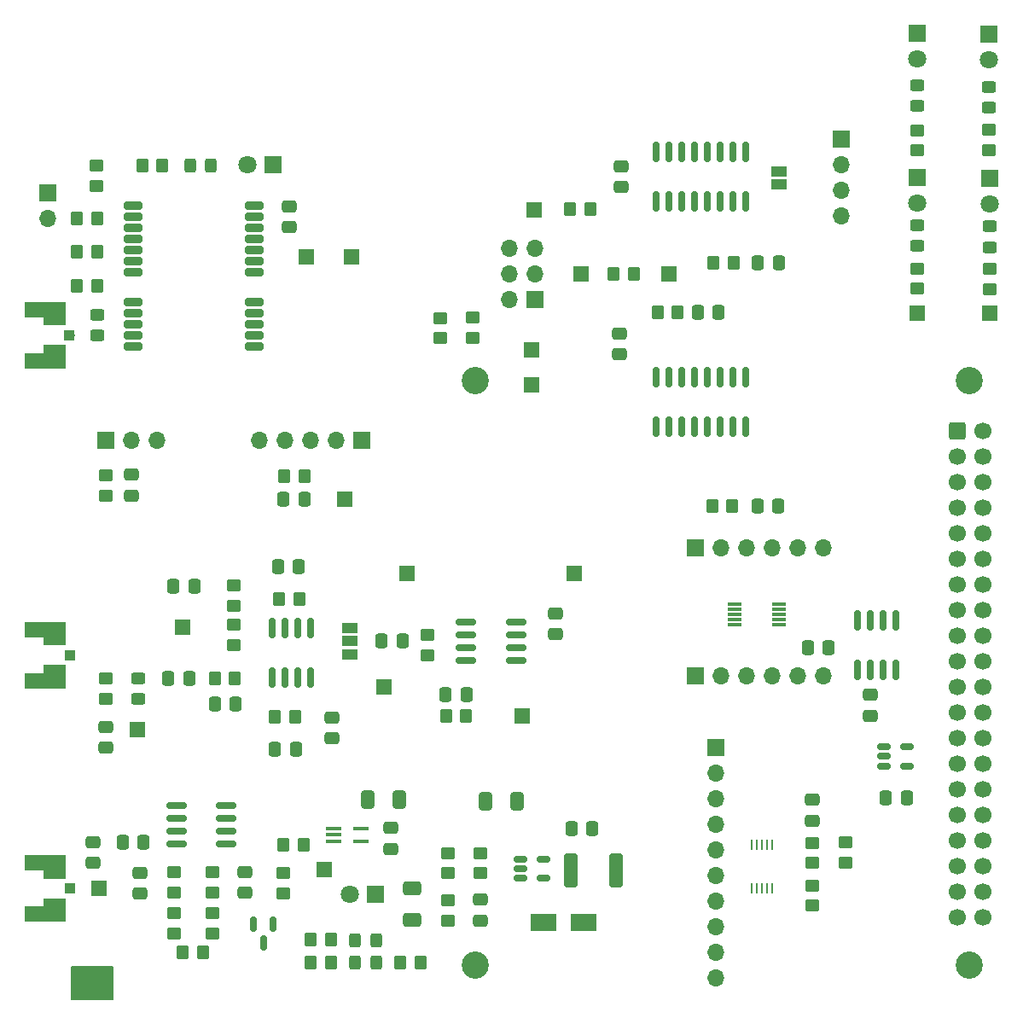
<source format=gbr>
%TF.GenerationSoftware,KiCad,Pcbnew,(5.99.0-10928-g75ce97e260)*%
%TF.CreationDate,2021-11-23T17:21:24+01:00*%
%TF.ProjectId,cdu-lite,6364752d-6c69-4746-952e-6b696361645f,rev?*%
%TF.SameCoordinates,Original*%
%TF.FileFunction,Soldermask,Top*%
%TF.FilePolarity,Negative*%
%FSLAX46Y46*%
G04 Gerber Fmt 4.6, Leading zero omitted, Abs format (unit mm)*
G04 Created by KiCad (PCBNEW (5.99.0-10928-g75ce97e260)) date 2021-11-23 17:21:24*
%MOMM*%
%LPD*%
G01*
G04 APERTURE LIST*
G04 Aperture macros list*
%AMRoundRect*
0 Rectangle with rounded corners*
0 $1 Rounding radius*
0 $2 $3 $4 $5 $6 $7 $8 $9 X,Y pos of 4 corners*
0 Add a 4 corners polygon primitive as box body*
4,1,4,$2,$3,$4,$5,$6,$7,$8,$9,$2,$3,0*
0 Add four circle primitives for the rounded corners*
1,1,$1+$1,$2,$3*
1,1,$1+$1,$4,$5*
1,1,$1+$1,$6,$7*
1,1,$1+$1,$8,$9*
0 Add four rect primitives between the rounded corners*
20,1,$1+$1,$2,$3,$4,$5,0*
20,1,$1+$1,$4,$5,$6,$7,0*
20,1,$1+$1,$6,$7,$8,$9,0*
20,1,$1+$1,$8,$9,$2,$3,0*%
G04 Aperture macros list end*
%ADD10C,0.150000*%
%ADD11R,1.800000X1.800000*%
%ADD12C,1.800000*%
%ADD13R,1.500000X0.400000*%
%ADD14RoundRect,0.150000X-0.825000X-0.150000X0.825000X-0.150000X0.825000X0.150000X-0.825000X0.150000X0*%
%ADD15RoundRect,0.250000X0.450000X-0.350000X0.450000X0.350000X-0.450000X0.350000X-0.450000X-0.350000X0*%
%ADD16RoundRect,0.250000X0.475000X-0.337500X0.475000X0.337500X-0.475000X0.337500X-0.475000X-0.337500X0*%
%ADD17RoundRect,0.250000X-0.350000X-0.450000X0.350000X-0.450000X0.350000X0.450000X-0.350000X0.450000X0*%
%ADD18RoundRect,0.250000X0.337500X0.475000X-0.337500X0.475000X-0.337500X-0.475000X0.337500X-0.475000X0*%
%ADD19RoundRect,0.150000X0.150000X-0.825000X0.150000X0.825000X-0.150000X0.825000X-0.150000X-0.825000X0*%
%ADD20RoundRect,0.250000X-0.337500X-0.475000X0.337500X-0.475000X0.337500X0.475000X-0.337500X0.475000X0*%
%ADD21R,1.500000X1.500000*%
%ADD22C,2.700000*%
%ADD23RoundRect,0.250000X-0.412500X-0.650000X0.412500X-0.650000X0.412500X0.650000X-0.412500X0.650000X0*%
%ADD24RoundRect,0.150000X-0.150000X0.825000X-0.150000X-0.825000X0.150000X-0.825000X0.150000X0.825000X0*%
%ADD25RoundRect,0.250000X-0.475000X0.337500X-0.475000X-0.337500X0.475000X-0.337500X0.475000X0.337500X0*%
%ADD26R,1.700000X1.700000*%
%ADD27O,1.700000X1.700000*%
%ADD28RoundRect,0.250000X0.325000X0.450000X-0.325000X0.450000X-0.325000X-0.450000X0.325000X-0.450000X0*%
%ADD29RoundRect,0.150000X-0.512500X-0.150000X0.512500X-0.150000X0.512500X0.150000X-0.512500X0.150000X0*%
%ADD30RoundRect,0.250000X0.350000X0.450000X-0.350000X0.450000X-0.350000X-0.450000X0.350000X-0.450000X0*%
%ADD31RoundRect,0.250000X-0.450000X0.350000X-0.450000X-0.350000X0.450000X-0.350000X0.450000X0.350000X0*%
%ADD32RoundRect,0.250000X-0.450000X0.325000X-0.450000X-0.325000X0.450000X-0.325000X0.450000X0.325000X0*%
%ADD33RoundRect,0.250000X0.650000X-0.412500X0.650000X0.412500X-0.650000X0.412500X-0.650000X-0.412500X0*%
%ADD34R,1.400000X0.300000*%
%ADD35RoundRect,0.250000X0.450000X-0.325000X0.450000X0.325000X-0.450000X0.325000X-0.450000X-0.325000X0*%
%ADD36RoundRect,0.250000X-0.600000X-0.600000X0.600000X-0.600000X0.600000X0.600000X-0.600000X0.600000X0*%
%ADD37C,1.700000*%
%ADD38RoundRect,0.200000X-0.700000X-0.200000X0.700000X-0.200000X0.700000X0.200000X-0.700000X0.200000X0*%
%ADD39R,1.500000X1.000000*%
%ADD40RoundRect,0.150000X0.825000X0.150000X-0.825000X0.150000X-0.825000X-0.150000X0.825000X-0.150000X0*%
%ADD41R,2.500000X1.800000*%
%ADD42RoundRect,0.150000X-0.150000X0.587500X-0.150000X-0.587500X0.150000X-0.587500X0.150000X0.587500X0*%
%ADD43R,0.250000X1.100000*%
%ADD44RoundRect,0.250000X-0.400000X-1.450000X0.400000X-1.450000X0.400000X1.450000X-0.400000X1.450000X0*%
%ADD45R,1.050000X1.000000*%
%ADD46C,1.000000*%
%ADD47R,4.064000X1.524000*%
%ADD48R,2.200000X1.050000*%
G04 APERTURE END LIST*
D10*
X55676800Y-150647400D02*
X59740800Y-150647400D01*
X59740800Y-150647400D02*
X59740800Y-147497800D01*
X59740800Y-147497800D02*
X55676800Y-147497800D01*
X55676800Y-147497800D02*
X55676800Y-150647400D01*
G36*
X55676800Y-150647400D02*
G01*
X59740800Y-150647400D01*
X59740800Y-147497800D01*
X55676800Y-147497800D01*
X55676800Y-150647400D01*
G37*
D11*
%TO.C,LED418*%
X85831600Y-140284200D03*
D12*
X83291600Y-140284200D03*
%TD*%
D13*
%TO.C,U503*%
X81728000Y-133716000D03*
X81728000Y-134366000D03*
X81728000Y-135016000D03*
X84388000Y-135016000D03*
X84388000Y-133716000D03*
%TD*%
D14*
%TO.C,U2*%
X94822200Y-113258600D03*
X94822200Y-114528600D03*
X94822200Y-115798600D03*
X94822200Y-117068600D03*
X99772200Y-117068600D03*
X99772200Y-115798600D03*
X99772200Y-114528600D03*
X99772200Y-113258600D03*
%TD*%
D15*
%TO.C,R501*%
X96266000Y-138176000D03*
X96266000Y-136176000D03*
%TD*%
D16*
%TO.C,C520*%
X57785000Y-137181500D03*
X57785000Y-135106500D03*
%TD*%
D15*
%TO.C,R600*%
X59055000Y-100695000D03*
X59055000Y-98695000D03*
%TD*%
D17*
%TO.C,R601*%
X76804100Y-98806000D03*
X78804100Y-98806000D03*
%TD*%
D15*
%TO.C,R403*%
X139598400Y-66478200D03*
X139598400Y-64478200D03*
%TD*%
D18*
%TO.C,C562*%
X138578500Y-130683000D03*
X136503500Y-130683000D03*
%TD*%
D19*
%TO.C,U301*%
X113665000Y-71563000D03*
X114935000Y-71563000D03*
X116205000Y-71563000D03*
X117475000Y-71563000D03*
X118745000Y-71563000D03*
X120015000Y-71563000D03*
X121285000Y-71563000D03*
X122555000Y-71563000D03*
X122555000Y-66613000D03*
X121285000Y-66613000D03*
X120015000Y-66613000D03*
X118745000Y-66613000D03*
X117475000Y-66613000D03*
X116205000Y-66613000D03*
X114935000Y-66613000D03*
X113665000Y-66613000D03*
%TD*%
D20*
%TO.C,C304*%
X123752700Y-101727000D03*
X125827700Y-101727000D03*
%TD*%
D21*
%TO.C,TP400*%
X101371400Y-86283800D03*
%TD*%
D20*
%TO.C,C105*%
X76178500Y-107797600D03*
X78253500Y-107797600D03*
%TD*%
D11*
%TO.C,LED413*%
X139598400Y-54813200D03*
D12*
X139598400Y-57353200D03*
%TD*%
D16*
%TO.C,C565*%
X103733600Y-114473900D03*
X103733600Y-112398900D03*
%TD*%
D17*
%TO.C,R512*%
X76708000Y-135382000D03*
X78708000Y-135382000D03*
%TD*%
D22*
%TO.C,H2*%
X144780000Y-147320000D03*
%TD*%
D23*
%TO.C,C550*%
X96786300Y-131064000D03*
X99911300Y-131064000D03*
%TD*%
D24*
%TO.C,U403*%
X137490200Y-113095000D03*
X136220200Y-113095000D03*
X134950200Y-113095000D03*
X133680200Y-113095000D03*
X133680200Y-118045000D03*
X134950200Y-118045000D03*
X136220200Y-118045000D03*
X137490200Y-118045000D03*
%TD*%
D20*
%TO.C,C101*%
X65285800Y-118821200D03*
X67360800Y-118821200D03*
%TD*%
D21*
%TO.C,TP15*%
X89001600Y-108432600D03*
%TD*%
D25*
%TO.C,C600*%
X61595000Y-98657500D03*
X61595000Y-100732500D03*
%TD*%
D26*
%TO.C,J401*%
X119634000Y-125730000D03*
D27*
X119634000Y-128270000D03*
X119634000Y-130810000D03*
X119634000Y-133350000D03*
X119634000Y-135890000D03*
X119634000Y-138430000D03*
X119634000Y-140970000D03*
X119634000Y-143510000D03*
X119634000Y-146050000D03*
X119634000Y-148590000D03*
%TD*%
D25*
%TO.C,C564*%
X110236000Y-68050500D03*
X110236000Y-70125500D03*
%TD*%
D16*
%TO.C,C566*%
X110083600Y-86711700D03*
X110083600Y-84636700D03*
%TD*%
%TO.C,C100*%
X59105800Y-125730000D03*
X59105800Y-123655000D03*
%TD*%
D15*
%TO.C,R100*%
X59105800Y-120863000D03*
X59105800Y-118863000D03*
%TD*%
D21*
%TO.C,TP505*%
X139573000Y-82580400D03*
%TD*%
D15*
%TO.C,R401*%
X139623800Y-80176800D03*
X139623800Y-78176800D03*
%TD*%
D26*
%TO.C,JP602*%
X84455000Y-95250000D03*
D27*
X81915000Y-95250000D03*
X79375000Y-95250000D03*
X76835000Y-95250000D03*
X74295000Y-95250000D03*
%TD*%
D20*
%TO.C,C303*%
X123803500Y-77597000D03*
X125878500Y-77597000D03*
%TD*%
D25*
%TO.C,C554*%
X87376000Y-133709500D03*
X87376000Y-135784500D03*
%TD*%
D26*
%TO.C,JP601*%
X59070000Y-95225000D03*
D27*
X61610000Y-95225000D03*
X64150000Y-95225000D03*
%TD*%
D28*
%TO.C,LED409*%
X69503400Y-67995200D03*
X67453400Y-67995200D03*
%TD*%
D29*
%TO.C,U502*%
X100214000Y-136784000D03*
X100214000Y-137734000D03*
X100214000Y-138684000D03*
X102489000Y-138684000D03*
X102489000Y-136784000D03*
%TD*%
D15*
%TO.C,R507*%
X65822500Y-144165000D03*
X65822500Y-142165000D03*
%TD*%
D30*
%TO.C,R706*%
X58200800Y-73227600D03*
X56200800Y-73227600D03*
%TD*%
D22*
%TO.C,H3*%
X95780000Y-89320000D03*
%TD*%
D15*
%TO.C,R505*%
X69632500Y-144165000D03*
X69632500Y-142165000D03*
%TD*%
D30*
%TO.C,R516*%
X81416400Y-147015200D03*
X79416400Y-147015200D03*
%TD*%
D31*
%TO.C,R104*%
X71805800Y-113559500D03*
X71805800Y-115559500D03*
%TD*%
D11*
%TO.C,LED411*%
X146812000Y-69235400D03*
D12*
X146812000Y-71775400D03*
%TD*%
D19*
%TO.C,U300*%
X113665000Y-93915000D03*
X114935000Y-93915000D03*
X116205000Y-93915000D03*
X117475000Y-93915000D03*
X118745000Y-93915000D03*
X120015000Y-93915000D03*
X121285000Y-93915000D03*
X122555000Y-93915000D03*
X122555000Y-88965000D03*
X121285000Y-88965000D03*
X120015000Y-88965000D03*
X118745000Y-88965000D03*
X117475000Y-88965000D03*
X116205000Y-88965000D03*
X114935000Y-88965000D03*
X113665000Y-88965000D03*
%TD*%
D21*
%TO.C,TP502*%
X80772000Y-137820400D03*
%TD*%
D31*
%TO.C,R410*%
X95453200Y-83048600D03*
X95453200Y-85048600D03*
%TD*%
D30*
%TO.C,R306*%
X111490000Y-78740000D03*
X109490000Y-78740000D03*
%TD*%
D17*
%TO.C,R700*%
X56200800Y-79882400D03*
X58200800Y-79882400D03*
%TD*%
D20*
%TO.C,C103*%
X75848300Y-125857000D03*
X77923300Y-125857000D03*
%TD*%
D31*
%TO.C,R416*%
X132461000Y-135144000D03*
X132461000Y-137144000D03*
%TD*%
D19*
%TO.C,U100*%
X75615800Y-118807000D03*
X76885800Y-118807000D03*
X78155800Y-118807000D03*
X79425800Y-118807000D03*
X79425800Y-113857000D03*
X78155800Y-113857000D03*
X76885800Y-113857000D03*
X75615800Y-113857000D03*
%TD*%
D21*
%TO.C,TP16*%
X100380800Y-122580400D03*
%TD*%
D26*
%TO.C,P400*%
X132029200Y-65354200D03*
D27*
X132029200Y-67894200D03*
X132029200Y-70434200D03*
X132029200Y-72974200D03*
%TD*%
D30*
%TO.C,R114*%
X94827600Y-122580400D03*
X92827600Y-122580400D03*
%TD*%
D25*
%TO.C,C551*%
X81534000Y-122711300D03*
X81534000Y-124786300D03*
%TD*%
D17*
%TO.C,R304*%
X119269000Y-101727000D03*
X121269000Y-101727000D03*
%TD*%
D21*
%TO.C,TP28*%
X101600000Y-72339200D03*
%TD*%
%TO.C,TP27*%
X106273600Y-78740000D03*
%TD*%
D11*
%TO.C,LED412*%
X139598400Y-69189600D03*
D12*
X139598400Y-71729600D03*
%TD*%
D31*
%TO.C,R411*%
X92278200Y-83099400D03*
X92278200Y-85099400D03*
%TD*%
D32*
%TO.C,L700*%
X58216800Y-82769000D03*
X58216800Y-84819000D03*
%TD*%
D31*
%TO.C,R419*%
X129159000Y-139400450D03*
X129159000Y-141400450D03*
%TD*%
D33*
%TO.C,C501*%
X89509600Y-142786500D03*
X89509600Y-139661500D03*
%TD*%
D15*
%TO.C,R705*%
X58166000Y-69960400D03*
X58166000Y-67960400D03*
%TD*%
D20*
%TO.C,C300*%
X117838400Y-82524600D03*
X119913400Y-82524600D03*
%TD*%
D28*
%TO.C,L501*%
X85886400Y-147015200D03*
X83836400Y-147015200D03*
%TD*%
D20*
%TO.C,C553*%
X105283000Y-133731000D03*
X107358000Y-133731000D03*
%TD*%
D22*
%TO.C,H1*%
X144780000Y-89320000D03*
%TD*%
D11*
%TO.C,LED415*%
X146735800Y-54940200D03*
D12*
X146735800Y-57480200D03*
%TD*%
D17*
%TO.C,R503*%
X88306400Y-147015200D03*
X90306400Y-147015200D03*
%TD*%
D32*
%TO.C,LED401*%
X146812000Y-74006600D03*
X146812000Y-76056600D03*
%TD*%
D34*
%TO.C,U402*%
X125898000Y-113522000D03*
X125898000Y-113022000D03*
X125898000Y-112522000D03*
X125898000Y-112022000D03*
X125898000Y-111522000D03*
X121498000Y-111522000D03*
X121498000Y-112022000D03*
X121498000Y-112522000D03*
X121498000Y-113022000D03*
X121498000Y-113522000D03*
%TD*%
D31*
%TO.C,R418*%
X129159000Y-135158650D03*
X129159000Y-137158650D03*
%TD*%
D22*
%TO.C,H4*%
X95780000Y-147320000D03*
%TD*%
D15*
%TO.C,R509*%
X76708000Y-140192000D03*
X76708000Y-138192000D03*
%TD*%
D18*
%TO.C,C102*%
X71975800Y-121412000D03*
X69900800Y-121412000D03*
%TD*%
D15*
%TO.C,R500*%
X93000500Y-142891000D03*
X93000500Y-140891000D03*
%TD*%
D30*
%TO.C,R311*%
X107156000Y-72288400D03*
X105156000Y-72288400D03*
%TD*%
D35*
%TO.C,L100*%
X62306200Y-120913000D03*
X62306200Y-118863000D03*
%TD*%
D30*
%TO.C,R408*%
X81416400Y-144780000D03*
X79416400Y-144780000D03*
%TD*%
D36*
%TO.C,JP400*%
X143560800Y-94284800D03*
D37*
X146100800Y-94284800D03*
X143560800Y-96824800D03*
X146100800Y-96824800D03*
X143560800Y-99364800D03*
X146100800Y-99364800D03*
X143560800Y-101904800D03*
X146100800Y-101904800D03*
X143560800Y-104444800D03*
X146100800Y-104444800D03*
X143560800Y-106984800D03*
X146100800Y-106984800D03*
X143560800Y-109524800D03*
X146100800Y-109524800D03*
X143560800Y-112064800D03*
X146100800Y-112064800D03*
X143560800Y-114604800D03*
X146100800Y-114604800D03*
X143560800Y-117144800D03*
X146100800Y-117144800D03*
X143560800Y-119684800D03*
X146100800Y-119684800D03*
X143560800Y-122224800D03*
X146100800Y-122224800D03*
X143560800Y-124764800D03*
X146100800Y-124764800D03*
X143560800Y-127304800D03*
X146100800Y-127304800D03*
X143560800Y-129844800D03*
X146100800Y-129844800D03*
X143560800Y-132384800D03*
X146100800Y-132384800D03*
X143560800Y-134924800D03*
X146100800Y-134924800D03*
X143560800Y-137464800D03*
X146100800Y-137464800D03*
X143560800Y-140004800D03*
X146100800Y-140004800D03*
X143560800Y-142544800D03*
X146100800Y-142544800D03*
%TD*%
D38*
%TO.C,U700*%
X61818000Y-71917200D03*
X61818000Y-73017200D03*
X61818000Y-74117200D03*
X61818000Y-75217200D03*
X61818000Y-76317200D03*
X61818000Y-77417200D03*
X61818000Y-78517200D03*
X61818000Y-81517200D03*
X61818000Y-82617200D03*
X61818000Y-83717200D03*
X61818000Y-84817200D03*
X61818000Y-85917200D03*
X73818000Y-85917200D03*
X73818000Y-84817200D03*
X73818000Y-83717200D03*
X73818000Y-82617200D03*
X73818000Y-81517200D03*
X73818000Y-78517200D03*
X73818000Y-77417200D03*
X73818000Y-76317200D03*
X73818000Y-75217200D03*
X73818000Y-74117200D03*
X73818000Y-73017200D03*
X73818000Y-71917200D03*
%TD*%
D16*
%TO.C,C503*%
X72898000Y-140122500D03*
X72898000Y-138047500D03*
%TD*%
%TO.C,C561*%
X77317600Y-74087900D03*
X77317600Y-72012900D03*
%TD*%
D15*
%TO.C,R508*%
X65822500Y-140085000D03*
X65822500Y-138085000D03*
%TD*%
D30*
%TO.C,R504*%
X68727500Y-146070000D03*
X66727500Y-146070000D03*
%TD*%
D21*
%TO.C,TP18*%
X62230000Y-123952000D03*
%TD*%
D39*
%TO.C,J300*%
X125857000Y-68565000D03*
X125857000Y-69865000D03*
%TD*%
D21*
%TO.C,TP13*%
X105537000Y-108432600D03*
%TD*%
D17*
%TO.C,R103*%
X75885800Y-122682000D03*
X77885800Y-122682000D03*
%TD*%
D23*
%TO.C,C560*%
X85051500Y-130860800D03*
X88176500Y-130860800D03*
%TD*%
D18*
%TO.C,C563*%
X130831500Y-115824000D03*
X128756500Y-115824000D03*
%TD*%
D20*
%TO.C,C112*%
X92790100Y-120497600D03*
X94865100Y-120497600D03*
%TD*%
D26*
%TO.C,J700*%
X53289200Y-70682600D03*
D27*
X53289200Y-73222600D03*
%TD*%
D26*
%TO.C,J403*%
X117602000Y-105918000D03*
D27*
X120142000Y-105918000D03*
X122682000Y-105918000D03*
X125222000Y-105918000D03*
X127762000Y-105918000D03*
X130302000Y-105918000D03*
%TD*%
D40*
%TO.C,U501*%
X71055000Y-135255000D03*
X71055000Y-133985000D03*
X71055000Y-132715000D03*
X71055000Y-131445000D03*
X66105000Y-131445000D03*
X66105000Y-132715000D03*
X66105000Y-133985000D03*
X66105000Y-135255000D03*
%TD*%
D17*
%TO.C,R102*%
X69900800Y-118821200D03*
X71900800Y-118821200D03*
%TD*%
D26*
%TO.C,J310*%
X101676200Y-81229200D03*
D27*
X99136200Y-81229200D03*
X101676200Y-78689200D03*
X99136200Y-78689200D03*
X101676200Y-76149200D03*
X99136200Y-76149200D03*
%TD*%
D20*
%TO.C,C111*%
X86440100Y-115163600D03*
X88515100Y-115163600D03*
%TD*%
D31*
%TO.C,R113*%
X91033600Y-114554000D03*
X91033600Y-116554000D03*
%TD*%
D21*
%TO.C,TP17*%
X82804000Y-101092000D03*
%TD*%
%TO.C,TP504*%
X146812000Y-82651600D03*
%TD*%
D25*
%TO.C,C567*%
X134950200Y-120501500D03*
X134950200Y-122576500D03*
%TD*%
D41*
%TO.C,D500*%
X102495600Y-143052800D03*
X106495600Y-143052800D03*
%TD*%
D21*
%TO.C,TP503*%
X58420000Y-139720000D03*
%TD*%
D17*
%TO.C,R105*%
X76266800Y-110998000D03*
X78266800Y-110998000D03*
%TD*%
D15*
%TO.C,R506*%
X69632500Y-140085000D03*
X69632500Y-138085000D03*
%TD*%
D32*
%TO.C,LED402*%
X139598400Y-73919400D03*
X139598400Y-75969400D03*
%TD*%
D21*
%TO.C,TP700*%
X83465400Y-77063600D03*
%TD*%
D28*
%TO.C,LED408*%
X85886400Y-144856200D03*
X83836400Y-144856200D03*
%TD*%
D21*
%TO.C,TP14*%
X86664800Y-119735600D03*
%TD*%
D39*
%TO.C,J100*%
X83327200Y-113863600D03*
X83327200Y-115163600D03*
X83327200Y-116463600D03*
%TD*%
D17*
%TO.C,R409*%
X62703200Y-67995200D03*
X64703200Y-67995200D03*
%TD*%
D21*
%TO.C,TP11*%
X66725800Y-113792000D03*
%TD*%
D18*
%TO.C,C104*%
X67849700Y-109677200D03*
X65774700Y-109677200D03*
%TD*%
D11*
%TO.C,LED419*%
X75697000Y-67868800D03*
D12*
X73157000Y-67868800D03*
%TD*%
D16*
%TO.C,C504*%
X62484000Y-140208000D03*
X62484000Y-138133000D03*
%TD*%
D15*
%TO.C,R400*%
X146812000Y-80222600D03*
X146812000Y-78222600D03*
%TD*%
D18*
%TO.C,C569*%
X62810300Y-135128000D03*
X60735300Y-135128000D03*
%TD*%
D26*
%TO.C,J402*%
X117602000Y-118618000D03*
D27*
X120142000Y-118618000D03*
X122682000Y-118618000D03*
X125222000Y-118618000D03*
X127762000Y-118618000D03*
X130302000Y-118618000D03*
%TD*%
D21*
%TO.C,TP26*%
X114935000Y-78740000D03*
%TD*%
D42*
%TO.C,Q501*%
X75662500Y-143227500D03*
X73762500Y-143227500D03*
X74712500Y-145102500D03*
%TD*%
D15*
%TO.C,R106*%
X71805800Y-111654500D03*
X71805800Y-109654500D03*
%TD*%
D16*
%TO.C,C568*%
X129159000Y-132979750D03*
X129159000Y-130904750D03*
%TD*%
%TO.C,C505*%
X96266000Y-142891000D03*
X96266000Y-140816000D03*
%TD*%
D32*
%TO.C,LED405*%
X146722200Y-60138200D03*
X146722200Y-62188200D03*
%TD*%
D15*
%TO.C,R405*%
X146722200Y-66430400D03*
X146722200Y-64430400D03*
%TD*%
D21*
%TO.C,TP401*%
X101371400Y-89712800D03*
%TD*%
D17*
%TO.C,R303*%
X119396000Y-77597000D03*
X121396000Y-77597000D03*
%TD*%
%TO.C,R300*%
X113833400Y-82524600D03*
X115833400Y-82524600D03*
%TD*%
%TO.C,R704*%
X56200800Y-76529600D03*
X58200800Y-76529600D03*
%TD*%
D32*
%TO.C,LED403*%
X139598400Y-59982800D03*
X139598400Y-62032800D03*
%TD*%
D43*
%TO.C,U401*%
X123206000Y-139670300D03*
X123706000Y-139670300D03*
X124206000Y-139670300D03*
X124706000Y-139670300D03*
X125206000Y-139670300D03*
X125206000Y-135370300D03*
X124706000Y-135370300D03*
X124206000Y-135370300D03*
X123706000Y-135370300D03*
X123206000Y-135370300D03*
%TD*%
D21*
%TO.C,TP701*%
X79020400Y-76987400D03*
%TD*%
D18*
%TO.C,C601*%
X78790800Y-101092000D03*
X76715800Y-101092000D03*
%TD*%
D29*
%TO.C,U400*%
X136301900Y-125643600D03*
X136301900Y-126593600D03*
X136301900Y-127543600D03*
X138576900Y-127543600D03*
X138576900Y-125643600D03*
%TD*%
D15*
%TO.C,R502*%
X93000500Y-138176000D03*
X93000500Y-136176000D03*
%TD*%
D44*
%TO.C,L500*%
X105222500Y-137861000D03*
X109672500Y-137861000D03*
%TD*%
D45*
%TO.C,X1*%
X55514200Y-116535200D03*
D46*
X55529200Y-116535200D03*
D47*
X53079200Y-113995200D03*
D48*
X54009200Y-115060200D03*
X54009200Y-118010200D03*
D47*
X53079200Y-119075200D03*
%TD*%
D45*
%TO.C,X5*%
X55521000Y-139720000D03*
D46*
X55536000Y-139720000D03*
D47*
X53086000Y-142260000D03*
X53086000Y-137180000D03*
D48*
X54016000Y-141195000D03*
X54016000Y-138245000D03*
%TD*%
D46*
%TO.C,X7*%
X55485200Y-84810000D03*
D45*
X55470200Y-84810000D03*
D47*
X53035200Y-87350000D03*
D48*
X53965200Y-86285000D03*
D47*
X53035200Y-82270000D03*
D48*
X53965200Y-83335000D03*
%TD*%
M02*

</source>
